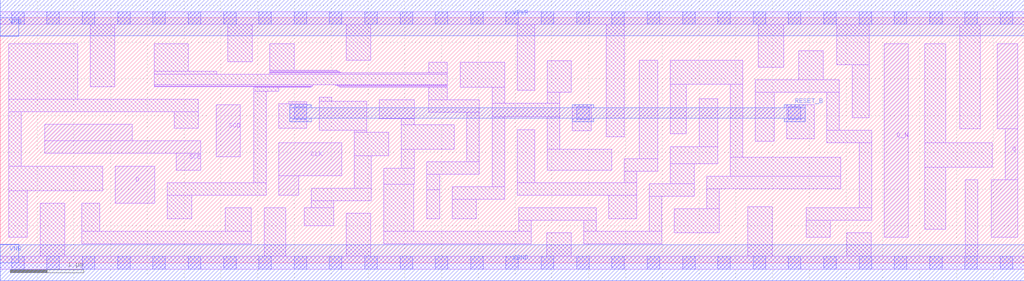
<source format=lef>
# Copyright 2020 The SkyWater PDK Authors
#
# Licensed under the Apache License, Version 2.0 (the "License");
# you may not use this file except in compliance with the License.
# You may obtain a copy of the License at
#
#     https://www.apache.org/licenses/LICENSE-2.0
#
# Unless required by applicable law or agreed to in writing, software
# distributed under the License is distributed on an "AS IS" BASIS,
# WITHOUT WARRANTIES OR CONDITIONS OF ANY KIND, either express or implied.
# See the License for the specific language governing permissions and
# limitations under the License.
#
# SPDX-License-Identifier: Apache-2.0

VERSION 5.5 ;
NAMESCASESENSITIVE ON ;
BUSBITCHARS "[]" ;
DIVIDERCHAR "/" ;
MACRO sky130_fd_sc_ms__sdfrbp_1
  CLASS CORE ;
  SOURCE USER ;
  ORIGIN  0.000000  0.000000 ;
  SIZE  13.92000 BY  3.330000 ;
  SYMMETRY X Y R90 ;
  SITE unit ;
  PIN D
    ANTENNAGATEAREA  0.159000 ;
    DIRECTION INPUT ;
    USE SIGNAL ;
    PORT
      LAYER li1 ;
        RECT 1.565000 0.810000 2.100000 1.310000 ;
    END
  END D
  PIN Q
    ANTENNADIFFAREA  0.518900 ;
    DIRECTION OUTPUT ;
    USE SIGNAL ;
    PORT
      LAYER li1 ;
        RECT 13.470000 0.350000 13.835000 1.130000 ;
        RECT 13.555000 1.820000 13.835000 2.980000 ;
        RECT 13.665000 1.130000 13.835000 1.820000 ;
    END
  END Q
  PIN Q_N
    ANTENNADIFFAREA  0.537600 ;
    DIRECTION OUTPUT ;
    USE SIGNAL ;
    PORT
      LAYER li1 ;
        RECT 12.015000 0.350000 12.345000 2.980000 ;
    END
  END Q_N
  PIN RESET_B
    ANTENNAGATEAREA  0.411000 ;
    DIRECTION INPUT ;
    USE SIGNAL ;
    PORT
      LAYER met1 ;
        RECT  3.935000 1.920000  4.225000 1.965000 ;
        RECT  3.935000 1.965000 10.945000 2.105000 ;
        RECT  3.935000 2.105000  4.225000 2.150000 ;
        RECT  7.775000 1.920000  8.065000 1.965000 ;
        RECT  7.775000 2.105000  8.065000 2.150000 ;
        RECT 10.655000 1.920000 10.945000 1.965000 ;
        RECT 10.655000 2.105000 10.945000 2.150000 ;
    END
  END RESET_B
  PIN SCD
    ANTENNAGATEAREA  0.159000 ;
    DIRECTION INPUT ;
    USE SIGNAL ;
    PORT
      LAYER li1 ;
        RECT 2.935000 1.440000 3.265000 2.150000 ;
    END
  END SCD
  PIN SCE
    ANTENNAGATEAREA  0.318000 ;
    DIRECTION INPUT ;
    USE SIGNAL ;
    PORT
      LAYER li1 ;
        RECT 0.605000 1.490000 2.725000 1.660000 ;
        RECT 0.605000 1.660000 1.795000 1.880000 ;
        RECT 2.395000 1.260000 2.725000 1.490000 ;
    END
  END SCE
  PIN CLK
    ANTENNAGATEAREA  0.261000 ;
    DIRECTION INPUT ;
    USE CLOCK ;
    PORT
      LAYER li1 ;
        RECT 3.785000 0.920000 4.060000 1.180000 ;
        RECT 3.785000 1.180000 4.645000 1.630000 ;
    END
  END CLK
  PIN VGND
    DIRECTION INOUT ;
    USE GROUND ;
    PORT
      LAYER met1 ;
        RECT 0.000000 -0.245000 13.920000 0.245000 ;
    END
  END VGND
  PIN VNB
    DIRECTION INOUT ;
    USE GROUND ;
    PORT
    END
  END VNB
  PIN VPB
    DIRECTION INOUT ;
    USE POWER ;
    PORT
    END
  END VPB
  PIN VNB
    DIRECTION INOUT ;
    USE GROUND ;
    PORT
      LAYER met1 ;
        RECT 0.000000 0.000000 0.250000 0.250000 ;
    END
  END VNB
  PIN VPB
    DIRECTION INOUT ;
    USE POWER ;
    PORT
      LAYER met1 ;
        RECT 0.000000 3.080000 0.250000 3.330000 ;
    END
  END VPB
  PIN VPWR
    DIRECTION INOUT ;
    USE POWER ;
    PORT
      LAYER met1 ;
        RECT 0.000000 3.085000 13.920000 3.575000 ;
    END
  END VPWR
  OBS
    LAYER li1 ;
      RECT  0.000000 -0.085000 13.920000 0.085000 ;
      RECT  0.000000  3.245000 13.920000 3.415000 ;
      RECT  0.115000  0.350000  0.365000 0.980000 ;
      RECT  0.115000  0.980000  1.395000 1.310000 ;
      RECT  0.115000  1.310000  0.285000 2.050000 ;
      RECT  0.115000  2.050000  2.695000 2.220000 ;
      RECT  0.115000  2.220000  1.055000 2.975000 ;
      RECT  0.545000  0.085000  0.875000 0.810000 ;
      RECT  1.105000  0.255000  3.410000 0.425000 ;
      RECT  1.105000  0.425000  1.355000 0.810000 ;
      RECT  1.225000  2.390000  1.555000 3.245000 ;
      RECT  2.095000  2.390000  4.230000 2.400000 ;
      RECT  2.095000  2.400000  4.250000 2.420000 ;
      RECT  2.095000  2.420000  6.075000 2.560000 ;
      RECT  2.095000  2.560000  2.945000 2.600000 ;
      RECT  2.095000  2.600000  2.555000 2.980000 ;
      RECT  2.270000  0.595000  2.600000 0.920000 ;
      RECT  2.270000  0.920000  3.615000 1.090000 ;
      RECT  2.365000  1.830000  2.695000 2.050000 ;
      RECT  3.060000  0.425000  3.410000 0.750000 ;
      RECT  3.095000  2.730000  3.425000 3.245000 ;
      RECT  3.445000  1.090000  3.615000 2.330000 ;
      RECT  3.445000  2.330000  3.785000 2.385000 ;
      RECT  3.445000  2.385000  4.230000 2.390000 ;
      RECT  3.590000  0.085000  3.880000 0.750000 ;
      RECT  3.665000  2.560000  6.075000 2.580000 ;
      RECT  3.665000  2.580000  4.645000 2.585000 ;
      RECT  3.665000  2.585000  4.630000 2.590000 ;
      RECT  3.665000  2.590000  4.610000 2.600000 ;
      RECT  3.665000  2.600000  4.580000 2.620000 ;
      RECT  3.665000  2.620000  3.995000 2.980000 ;
      RECT  3.785000  1.830000  4.165000 2.160000 ;
      RECT  3.920000  2.160000  4.165000 2.190000 ;
      RECT  4.135000  0.500000  4.535000 0.750000 ;
      RECT  4.230000  0.750000  4.535000 0.840000 ;
      RECT  4.230000  0.840000  5.045000 1.010000 ;
      RECT  4.335000  1.800000  4.985000 2.195000 ;
      RECT  4.335000  2.195000  4.505000 2.250000 ;
      RECT  4.555000  2.415000  6.075000 2.420000 ;
      RECT  4.570000  2.410000  6.075000 2.415000 ;
      RECT  4.590000  2.400000  6.075000 2.410000 ;
      RECT  4.615000  2.385000  6.075000 2.400000 ;
      RECT  4.705000  0.085000  5.035000 0.670000 ;
      RECT  4.705000  2.750000  5.035000 3.245000 ;
      RECT  4.815000  1.010000  5.045000 1.455000 ;
      RECT  4.815000  1.455000  5.280000 1.775000 ;
      RECT  4.815000  1.775000  4.985000 1.800000 ;
      RECT  5.155000  1.955000  5.630000 2.215000 ;
      RECT  5.215000  0.255000  7.220000 0.425000 ;
      RECT  5.215000  0.425000  5.620000 1.070000 ;
      RECT  5.215000  1.070000  5.630000 1.285000 ;
      RECT  5.450000  1.285000  5.630000 1.545000 ;
      RECT  5.450000  1.545000  6.175000 1.875000 ;
      RECT  5.450000  1.875000  5.630000 1.955000 ;
      RECT  5.795000  0.595000  5.975000 0.995000 ;
      RECT  5.800000  0.995000  5.975000 1.200000 ;
      RECT  5.800000  1.200000  6.515000 1.370000 ;
      RECT  5.825000  2.045000  6.515000 2.215000 ;
      RECT  5.825000  2.215000  6.075000 2.385000 ;
      RECT  5.825000  2.580000  6.075000 2.725000 ;
      RECT  6.145000  0.595000  6.470000 0.860000 ;
      RECT  6.145000  0.860000  6.855000 1.030000 ;
      RECT  6.250000  2.385000  6.855000 2.725000 ;
      RECT  6.345000  1.370000  6.515000 2.045000 ;
      RECT  6.685000  1.030000  6.855000 1.985000 ;
      RECT  6.685000  1.985000  7.605000 2.165000 ;
      RECT  6.685000  2.165000  6.855000 2.385000 ;
      RECT  7.025000  0.920000  8.655000 1.090000 ;
      RECT  7.025000  1.090000  7.265000 1.805000 ;
      RECT  7.025000  2.345000  7.265000 3.245000 ;
      RECT  7.050000  0.425000  7.220000 0.580000 ;
      RECT  7.050000  0.580000  8.100000 0.750000 ;
      RECT  7.430000  0.085000  7.760000 0.410000 ;
      RECT  7.435000  1.260000  8.315000 1.545000 ;
      RECT  7.435000  1.545000  7.605000 1.985000 ;
      RECT  7.435000  2.165000  7.605000 2.320000 ;
      RECT  7.435000  2.320000  7.765000 2.745000 ;
      RECT  7.775000  1.795000  8.035000 2.150000 ;
      RECT  7.930000  0.255000  8.995000 0.425000 ;
      RECT  7.930000  0.425000  8.100000 0.580000 ;
      RECT  8.235000  1.715000  8.485000 3.245000 ;
      RECT  8.270000  0.595000  8.655000 0.920000 ;
      RECT  8.485000  1.090000  8.655000 1.245000 ;
      RECT  8.485000  1.245000  8.935000 1.415000 ;
      RECT  8.685000  1.415000  8.935000 2.755000 ;
      RECT  8.825000  0.425000  8.995000 0.905000 ;
      RECT  8.825000  0.905000  9.435000 1.075000 ;
      RECT  9.105000  1.075000  9.435000 1.345000 ;
      RECT  9.105000  1.345000  9.755000 1.575000 ;
      RECT  9.105000  1.755000  9.325000 2.425000 ;
      RECT  9.105000  2.425000 10.095000 2.755000 ;
      RECT  9.165000  0.405000  9.775000 0.735000 ;
      RECT  9.505000  1.575000  9.755000 2.230000 ;
      RECT  9.605000  0.735000  9.775000 1.005000 ;
      RECT  9.605000  1.005000 11.425000 1.175000 ;
      RECT  9.925000  1.175000 11.425000 1.435000 ;
      RECT  9.925000  1.435000 10.095000 2.425000 ;
      RECT 10.165000  0.085000 10.495000 0.760000 ;
      RECT 10.265000  1.650000 10.525000 2.320000 ;
      RECT 10.265000  2.320000 11.405000 2.490000 ;
      RECT 10.305000  2.660000 10.650000 3.245000 ;
      RECT 10.695000  1.685000 11.065000 2.150000 ;
      RECT 10.855000  2.490000 11.185000 2.885000 ;
      RECT 10.955000  0.350000 11.285000 0.580000 ;
      RECT 10.955000  0.580000 11.845000 0.750000 ;
      RECT 11.235000  1.630000 11.845000 1.800000 ;
      RECT 11.235000  1.800000 11.405000 2.320000 ;
      RECT 11.370000  2.695000 11.815000 3.245000 ;
      RECT 11.510000  0.085000 11.840000 0.410000 ;
      RECT 11.585000  1.970000 11.815000 2.695000 ;
      RECT 11.675000  0.750000 11.845000 1.630000 ;
      RECT 12.570000  0.455000 12.855000 1.300000 ;
      RECT 12.570000  1.300000 13.485000 1.630000 ;
      RECT 12.570000  1.630000 12.855000 2.980000 ;
      RECT 13.045000  1.820000 13.325000 3.245000 ;
      RECT 13.120000  0.085000 13.290000 1.130000 ;
    LAYER mcon ;
      RECT  0.155000 -0.085000  0.325000 0.085000 ;
      RECT  0.155000  3.245000  0.325000 3.415000 ;
      RECT  0.635000 -0.085000  0.805000 0.085000 ;
      RECT  0.635000  3.245000  0.805000 3.415000 ;
      RECT  1.115000 -0.085000  1.285000 0.085000 ;
      RECT  1.115000  3.245000  1.285000 3.415000 ;
      RECT  1.595000 -0.085000  1.765000 0.085000 ;
      RECT  1.595000  3.245000  1.765000 3.415000 ;
      RECT  2.075000 -0.085000  2.245000 0.085000 ;
      RECT  2.075000  3.245000  2.245000 3.415000 ;
      RECT  2.555000 -0.085000  2.725000 0.085000 ;
      RECT  2.555000  3.245000  2.725000 3.415000 ;
      RECT  3.035000 -0.085000  3.205000 0.085000 ;
      RECT  3.035000  3.245000  3.205000 3.415000 ;
      RECT  3.515000 -0.085000  3.685000 0.085000 ;
      RECT  3.515000  3.245000  3.685000 3.415000 ;
      RECT  3.995000 -0.085000  4.165000 0.085000 ;
      RECT  3.995000  1.950000  4.165000 2.120000 ;
      RECT  3.995000  3.245000  4.165000 3.415000 ;
      RECT  4.475000 -0.085000  4.645000 0.085000 ;
      RECT  4.475000  3.245000  4.645000 3.415000 ;
      RECT  4.955000 -0.085000  5.125000 0.085000 ;
      RECT  4.955000  3.245000  5.125000 3.415000 ;
      RECT  5.435000 -0.085000  5.605000 0.085000 ;
      RECT  5.435000  3.245000  5.605000 3.415000 ;
      RECT  5.915000 -0.085000  6.085000 0.085000 ;
      RECT  5.915000  3.245000  6.085000 3.415000 ;
      RECT  6.395000 -0.085000  6.565000 0.085000 ;
      RECT  6.395000  3.245000  6.565000 3.415000 ;
      RECT  6.875000 -0.085000  7.045000 0.085000 ;
      RECT  6.875000  3.245000  7.045000 3.415000 ;
      RECT  7.355000 -0.085000  7.525000 0.085000 ;
      RECT  7.355000  3.245000  7.525000 3.415000 ;
      RECT  7.835000 -0.085000  8.005000 0.085000 ;
      RECT  7.835000  1.950000  8.005000 2.120000 ;
      RECT  7.835000  3.245000  8.005000 3.415000 ;
      RECT  8.315000 -0.085000  8.485000 0.085000 ;
      RECT  8.315000  3.245000  8.485000 3.415000 ;
      RECT  8.795000 -0.085000  8.965000 0.085000 ;
      RECT  8.795000  3.245000  8.965000 3.415000 ;
      RECT  9.275000 -0.085000  9.445000 0.085000 ;
      RECT  9.275000  3.245000  9.445000 3.415000 ;
      RECT  9.755000 -0.085000  9.925000 0.085000 ;
      RECT  9.755000  3.245000  9.925000 3.415000 ;
      RECT 10.235000 -0.085000 10.405000 0.085000 ;
      RECT 10.235000  3.245000 10.405000 3.415000 ;
      RECT 10.715000 -0.085000 10.885000 0.085000 ;
      RECT 10.715000  1.950000 10.885000 2.120000 ;
      RECT 10.715000  3.245000 10.885000 3.415000 ;
      RECT 11.195000 -0.085000 11.365000 0.085000 ;
      RECT 11.195000  3.245000 11.365000 3.415000 ;
      RECT 11.675000 -0.085000 11.845000 0.085000 ;
      RECT 11.675000  3.245000 11.845000 3.415000 ;
      RECT 12.155000 -0.085000 12.325000 0.085000 ;
      RECT 12.155000  3.245000 12.325000 3.415000 ;
      RECT 12.635000 -0.085000 12.805000 0.085000 ;
      RECT 12.635000  3.245000 12.805000 3.415000 ;
      RECT 13.115000 -0.085000 13.285000 0.085000 ;
      RECT 13.115000  3.245000 13.285000 3.415000 ;
      RECT 13.595000 -0.085000 13.765000 0.085000 ;
      RECT 13.595000  3.245000 13.765000 3.415000 ;
  END
END sky130_fd_sc_ms__sdfrbp_1
END LIBRARY

</source>
